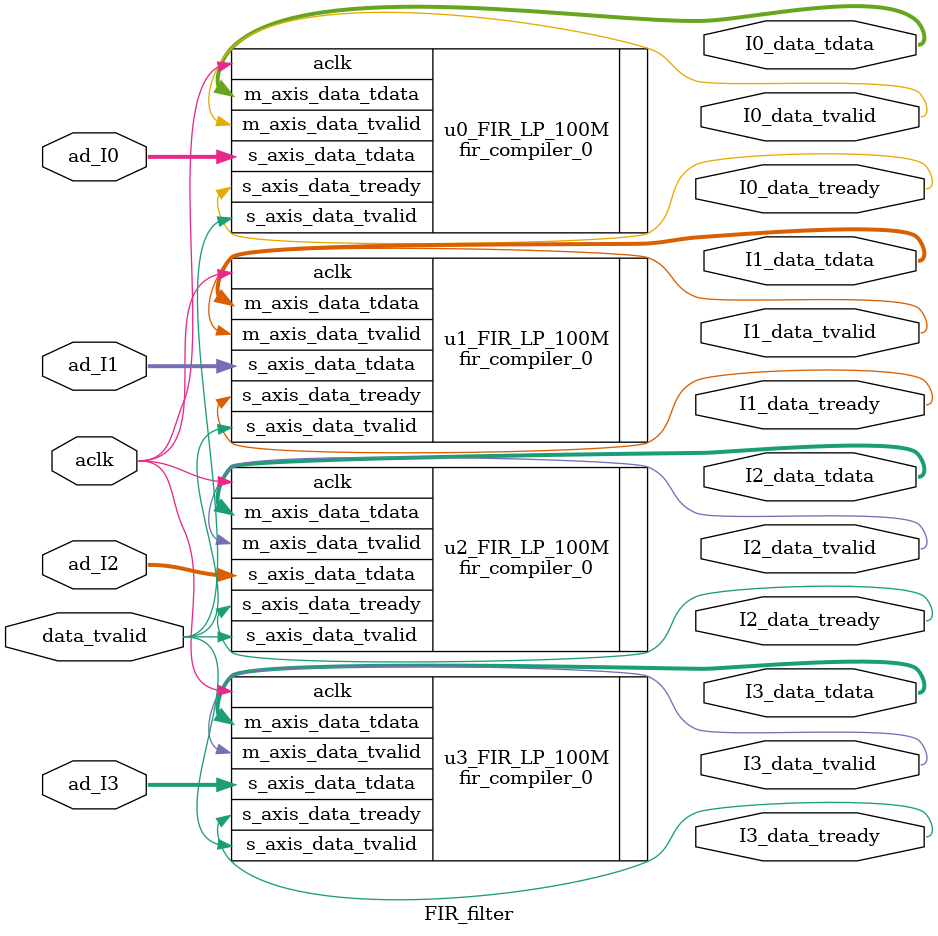
<source format=v>
`timescale 1ns / 1ps


module FIR_filter(
    input [15:0] ad_I0,
    input [15:0] ad_I1,
    input [15:0] ad_I2,
    input [15:0] ad_I3,
    input aclk,
    input data_tvalid,
    output I0_data_tready,
    output I1_data_tready,
    output I2_data_tready,
    output I3_data_tready,
    output I0_data_tvalid,
    output I1_data_tvalid,
    output I2_data_tvalid,
    output I3_data_tvalid,
    output [31:0] I0_data_tdata,
    output [31:0] I1_data_tdata,
    output [31:0] I2_data_tdata,
    output [31:0] I3_data_tdata
    );
    
    fir_compiler_0 u0_FIR_LP_100M (
  .aclk(aclk),                              // input wire aclk
  .s_axis_data_tvalid(data_tvalid),  // input wire s_axis_data_tvalid
  .s_axis_data_tready(I0_data_tready),  // output wire s_axis_data_tready
  .s_axis_data_tdata(ad_I0),    // input wire [15 : 0] s_axis_data_tdata
  .m_axis_data_tvalid(I0_data_tvalid),  // output wire m_axis_data_tvalid
  .m_axis_data_tdata(I0_data_tdata)    // output wire [31 : 0] m_axis_data_tdata
);

    fir_compiler_0 u1_FIR_LP_100M (
  .aclk(aclk),                              // input wire aclk
  .s_axis_data_tvalid(data_tvalid),  // input wire s_axis_data_tvalid
  .s_axis_data_tready(I1_data_tready),  // output wire s_axis_data_tready
  .s_axis_data_tdata(ad_I1),    // input wire [15 : 0] s_axis_data_tdata
  .m_axis_data_tvalid(I1_data_tvalid),  // output wire m_axis_data_tvalid
  .m_axis_data_tdata(I1_data_tdata)    // output wire [31 : 0] m_axis_data_tdata
);
    
    fir_compiler_0 u2_FIR_LP_100M (
  .aclk(aclk),                              // input wire aclk
  .s_axis_data_tvalid(data_tvalid),  // input wire s_axis_data_tvalid
  .s_axis_data_tready(I2_data_tready),  // output wire s_axis_data_tready
  .s_axis_data_tdata(ad_I2),    // input wire [15 : 0] s_axis_data_tdata
  .m_axis_data_tvalid(I2_data_tvalid),  // output wire m_axis_data_tvalid
  .m_axis_data_tdata(I2_data_tdata)    // output wire [31 : 0] m_axis_data_tdata
);

    fir_compiler_0 u3_FIR_LP_100M (
  .aclk(aclk),                              // input wire aclk
  .s_axis_data_tvalid(data_tvalid),  // input wire s_axis_data_tvalid
  .s_axis_data_tready(I3_data_tready),  // output wire s_axis_data_tready
  .s_axis_data_tdata(ad_I3),    // input wire [15 : 0] s_axis_data_tdata
  .m_axis_data_tvalid(I3_data_tvalid),  // output wire m_axis_data_tvalid
  .m_axis_data_tdata(I3_data_tdata)    // output wire [31 : 0] m_axis_data_tdata
);

endmodule

</source>
